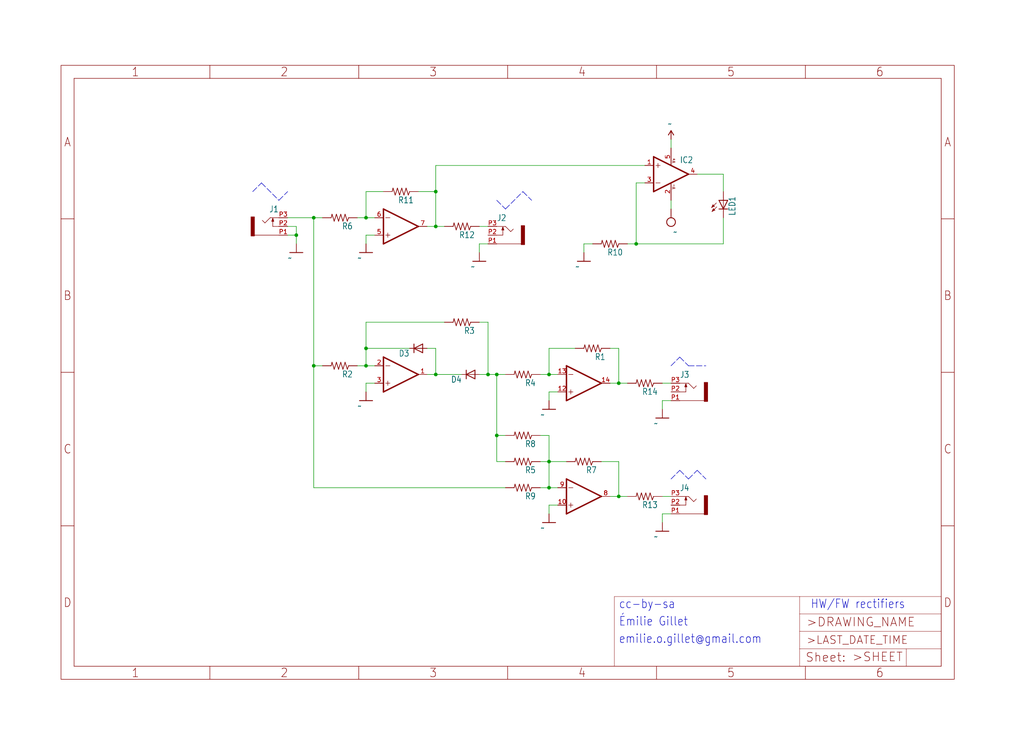
<source format=kicad_sch>
(kicad_sch (version 20211123) (generator eeschema)
  (paper "User" 298.45 217.881)
  (lib_symbols
    (symbol "kinks-eagle-import:A4L-LOC"
      (symbol "A4L-LOC_1_0"
        (polyline (pts (xy 0 44.7675) (xy 3.81 44.7675)))
        (polyline (pts (xy 0 89.535) (xy 3.81 89.535)))
        (polyline (pts (xy 0 134.3025) (xy 3.81 134.3025)))
        (polyline (pts (xy 3.81 3.81) (xy 3.81 175.26)))
        (polyline (pts (xy 43.3917 0) (xy 43.3917 3.81)))
        (polyline (pts (xy 43.3917 175.26) (xy 43.3917 179.07)))
        (polyline (pts (xy 86.7833 0) (xy 86.7833 3.81)))
        (polyline (pts (xy 86.7833 175.26) (xy 86.7833 179.07)))
        (polyline (pts (xy 130.175 0) (xy 130.175 3.81)))
        (polyline (pts (xy 130.175 175.26) (xy 130.175 179.07)))
        (polyline (pts (xy 161.29 3.81) (xy 161.29 24.13)) (stroke (width 0.1016)))
        (polyline (pts (xy 161.29 24.13) (xy 215.265 24.13)) (stroke (width 0.1016)))
        (polyline (pts (xy 173.5667 0) (xy 173.5667 3.81)))
        (polyline (pts (xy 173.5667 175.26) (xy 173.5667 179.07)))
        (polyline (pts (xy 215.265 8.89) (xy 215.265 3.81)) (stroke (width 0.1016)))
        (polyline (pts (xy 215.265 8.89) (xy 215.265 13.97)) (stroke (width 0.1016)))
        (polyline (pts (xy 215.265 13.97) (xy 215.265 19.05)) (stroke (width 0.1016)))
        (polyline (pts (xy 215.265 13.97) (xy 256.54 13.97)) (stroke (width 0.1016)))
        (polyline (pts (xy 215.265 19.05) (xy 215.265 24.13)) (stroke (width 0.1016)))
        (polyline (pts (xy 215.265 19.05) (xy 256.54 19.05)) (stroke (width 0.1016)))
        (polyline (pts (xy 215.265 24.13) (xy 256.54 24.13)) (stroke (width 0.1016)))
        (polyline (pts (xy 216.9583 0) (xy 216.9583 3.81)))
        (polyline (pts (xy 216.9583 175.26) (xy 216.9583 179.07)))
        (polyline (pts (xy 246.38 3.81) (xy 246.38 8.89)) (stroke (width 0.1016)))
        (polyline (pts (xy 246.38 8.89) (xy 215.265 8.89)) (stroke (width 0.1016)))
        (polyline (pts (xy 246.38 8.89) (xy 256.54 8.89)) (stroke (width 0.1016)))
        (polyline (pts (xy 256.54 3.81) (xy 3.81 3.81)))
        (polyline (pts (xy 256.54 3.81) (xy 256.54 8.89)) (stroke (width 0.1016)))
        (polyline (pts (xy 256.54 3.81) (xy 256.54 175.26)))
        (polyline (pts (xy 256.54 8.89) (xy 256.54 13.97)) (stroke (width 0.1016)))
        (polyline (pts (xy 256.54 13.97) (xy 256.54 19.05)) (stroke (width 0.1016)))
        (polyline (pts (xy 256.54 19.05) (xy 256.54 24.13)) (stroke (width 0.1016)))
        (polyline (pts (xy 256.54 44.7675) (xy 260.35 44.7675)))
        (polyline (pts (xy 256.54 89.535) (xy 260.35 89.535)))
        (polyline (pts (xy 256.54 134.3025) (xy 260.35 134.3025)))
        (polyline (pts (xy 256.54 175.26) (xy 3.81 175.26)))
        (polyline (pts (xy 0 0) (xy 260.35 0) (xy 260.35 179.07) (xy 0 179.07) (xy 0 0)))
        (text "1" (at 21.6958 1.905 0) (effects (font (size 2.54 2.286))))
        (text "1" (at 21.6958 177.165 0) (effects (font (size 2.54 2.286))))
        (text "2" (at 65.0875 1.905 0) (effects (font (size 2.54 2.286))))
        (text "2" (at 65.0875 177.165 0) (effects (font (size 2.54 2.286))))
        (text "3" (at 108.4792 1.905 0) (effects (font (size 2.54 2.286))))
        (text "3" (at 108.4792 177.165 0) (effects (font (size 2.54 2.286))))
        (text "4" (at 151.8708 1.905 0) (effects (font (size 2.54 2.286))))
        (text "4" (at 151.8708 177.165 0) (effects (font (size 2.54 2.286))))
        (text "5" (at 195.2625 1.905 0) (effects (font (size 2.54 2.286))))
        (text "5" (at 195.2625 177.165 0) (effects (font (size 2.54 2.286))))
        (text "6" (at 238.6542 1.905 0) (effects (font (size 2.54 2.286))))
        (text "6" (at 238.6542 177.165 0) (effects (font (size 2.54 2.286))))
        (text ">DRAWING_NAME" (at 217.17 15.24 0) (effects (font (size 2.54 2.54)) (justify left bottom)))
        (text ">LAST_DATE_TIME" (at 217.17 10.16 0) (effects (font (size 2.286 2.286)) (justify left bottom)))
        (text ">SHEET" (at 230.505 5.08 0) (effects (font (size 2.54 2.54)) (justify left bottom)))
        (text "A" (at 1.905 156.6863 0) (effects (font (size 2.54 2.286))))
        (text "A" (at 258.445 156.6863 0) (effects (font (size 2.54 2.286))))
        (text "B" (at 1.905 111.9188 0) (effects (font (size 2.54 2.286))))
        (text "B" (at 258.445 111.9188 0) (effects (font (size 2.54 2.286))))
        (text "C" (at 1.905 67.1513 0) (effects (font (size 2.54 2.286))))
        (text "C" (at 258.445 67.1513 0) (effects (font (size 2.54 2.286))))
        (text "D" (at 1.905 22.3838 0) (effects (font (size 2.54 2.286))))
        (text "D" (at 258.445 22.3838 0) (effects (font (size 2.54 2.286))))
        (text "Sheet:" (at 216.916 4.953 0) (effects (font (size 2.54 2.54)) (justify left bottom)))
      )
    )
    (symbol "kinks-eagle-import:DIODE-SOD523"
      (property "Reference" "D" (at 2.54 0.4826 0))
      (property "Value" "DIODE-SOD523" (at 2.54 -2.3114 0))
      (symbol "DIODE-SOD523_1_0"
        (polyline (pts (xy -1.27 -1.27) (xy 1.27 0)) (stroke (width 0.254)))
        (polyline (pts (xy -1.27 1.27) (xy -1.27 -1.27)) (stroke (width 0.254)))
        (polyline (pts (xy 1.27 0) (xy -1.27 1.27)) (stroke (width 0.254)))
        (polyline (pts (xy 1.27 0) (xy 1.27 -1.27)) (stroke (width 0.254)))
        (polyline (pts (xy 1.27 1.27) (xy 1.27 0)) (stroke (width 0.254)))
        (pin passive line (at -2.54 0 0) (length 2.54) (name "A") (number "A"))
        (pin passive line (at 2.54 0 180) (length 2.54) (name "C") (number "C"))
      )
    )
    (symbol "kinks-eagle-import:GND" (power)
      (property "Value" "GND" (at -2.54 -2.54 0))
      (symbol "GND_1_0"
        (polyline (pts (xy -1.905 0) (xy 1.905 0)) (stroke (width 0.254)))
        (pin power_in line (at 0 2.54 270) (length 2.54) (name "GND") (number "1"))
      )
    )
    (symbol "kinks-eagle-import:LED3MM"
      (property "Reference" "LED" (at 3.556 -4.572 90))
      (property "Value" "LED3MM" (at 5.715 -4.572 90))
      (symbol "LED3MM_1_0"
        (polyline (pts (xy -2.032 -0.762) (xy -3.429 -2.159)) (stroke (width 0.1524)))
        (polyline (pts (xy -1.905 -1.905) (xy -3.302 -3.302)) (stroke (width 0.1524)))
        (polyline (pts (xy 0 -2.54) (xy -1.27 -2.54)) (stroke (width 0.254)))
        (polyline (pts (xy 0 -2.54) (xy -1.27 0)) (stroke (width 0.254)))
        (polyline (pts (xy 0 0) (xy -1.27 0)) (stroke (width 0.254)))
        (polyline (pts (xy 0 0) (xy 0 -2.54)) (stroke (width 0.1524)))
        (polyline (pts (xy 1.27 -2.54) (xy 0 -2.54)) (stroke (width 0.254)))
        (polyline (pts (xy 1.27 0) (xy 0 -2.54)) (stroke (width 0.254)))
        (polyline (pts (xy 1.27 0) (xy 0 0)) (stroke (width 0.254)))
        (polyline (pts (xy -3.429 -2.159) (xy -3.048 -1.27) (xy -2.54 -1.778)) (fill (type outline)))
        (polyline (pts (xy -3.302 -3.302) (xy -2.921 -2.413) (xy -2.413 -2.921)) (fill (type outline)))
        (pin passive line (at 0 2.54 270) (length 2.54) (name "A") (number "A"))
        (pin passive line (at 0 -5.08 90) (length 2.54) (name "C") (number "K"))
      )
    )
    (symbol "kinks-eagle-import:LM321?MF"
      (property "Reference" "IC" (at 2.54 3.175 0))
      (property "Value" "LM321?MF" (at 2.54 -5.08 0))
      (symbol "LM321?MF_1_0"
        (polyline (pts (xy -5.08 -5.08) (xy 5.08 0)) (stroke (width 0.4064)))
        (polyline (pts (xy -5.08 5.08) (xy -5.08 -5.08)) (stroke (width 0.4064)))
        (polyline (pts (xy -4.445 -2.54) (xy -3.175 -2.54)) (stroke (width 0.1524)))
        (polyline (pts (xy -4.445 2.54) (xy -3.175 2.54)) (stroke (width 0.1524)))
        (polyline (pts (xy -3.81 3.175) (xy -3.81 1.905)) (stroke (width 0.1524)))
        (polyline (pts (xy 5.08 0) (xy -5.08 5.08)) (stroke (width 0.4064)))
        (text "V+" (at 1.27 3.175 900) (effects (font (size 0.8128 0.6908)) (justify left bottom)))
        (text "V-" (at 1.27 -4.445 900) (effects (font (size 0.8128 0.6908)) (justify left bottom)))
        (pin input line (at -7.62 2.54 0) (length 2.54) (name "+IN") (number "1"))
        (pin power_in line (at 0 -7.62 90) (length 5.08) (name "V-") (number "2"))
        (pin input line (at -7.62 -2.54 0) (length 2.54) (name "-IN") (number "3"))
        (pin output line (at 7.62 0 180) (length 2.54) (name "OUT") (number "4"))
        (pin power_in line (at 0 7.62 270) (length 5.08) (name "V+") (number "5"))
      )
    )
    (symbol "kinks-eagle-import:PJ301_THONKICONN6"
      (property "Reference" "J" (at -2.54 4.064 0))
      (symbol "PJ301_THONKICONN6_1_0"
        (polyline (pts (xy -2.54 -2.54) (xy 4.572 -2.54)) (stroke (width 0.1524)))
        (polyline (pts (xy -2.54 0) (xy -0.762 0)) (stroke (width 0.1524)))
        (polyline (pts (xy -2.54 2.54) (xy 0 2.54)) (stroke (width 0.1524)))
        (polyline (pts (xy -1.016 1.524) (xy -0.508 1.524)) (stroke (width 0.254)))
        (polyline (pts (xy -0.762 0) (xy -0.762 2.286)) (stroke (width 0.1524)))
        (polyline (pts (xy -0.762 2.286) (xy -1.016 1.524)) (stroke (width 0.254)))
        (polyline (pts (xy -0.508 1.524) (xy -0.762 2.286)) (stroke (width 0.254)))
        (polyline (pts (xy 0 2.54) (xy 1.524 1.016)) (stroke (width 0.1524)))
        (polyline (pts (xy 1.524 1.016) (xy 2.286 1.778)) (stroke (width 0.1524)))
        (rectangle (start 4.572 2.794) (end 5.588 -2.794) (fill (type outline)))
        (pin passive line (at -5.08 -2.54 0) (length 2.54) (name "1") (number "P1"))
        (pin passive line (at -5.08 0 0) (length 2.54) (name "2") (number "P2"))
        (pin passive line (at -5.08 2.54 0) (length 2.54) (name "3") (number "P3"))
      )
    )
    (symbol "kinks-eagle-import:R-US_R0402"
      (property "Reference" "R" (at -3.81 1.4986 0))
      (property "Value" "R-US_R0402" (at -3.81 -3.302 0))
      (symbol "R-US_R0402_1_0"
        (polyline (pts (xy -2.54 0) (xy -2.159 1.016)) (stroke (width 0.2032)))
        (polyline (pts (xy -2.159 1.016) (xy -1.524 -1.016)) (stroke (width 0.2032)))
        (polyline (pts (xy -1.524 -1.016) (xy -0.889 1.016)) (stroke (width 0.2032)))
        (polyline (pts (xy -0.889 1.016) (xy -0.254 -1.016)) (stroke (width 0.2032)))
        (polyline (pts (xy -0.254 -1.016) (xy 0.381 1.016)) (stroke (width 0.2032)))
        (polyline (pts (xy 0.381 1.016) (xy 1.016 -1.016)) (stroke (width 0.2032)))
        (polyline (pts (xy 1.016 -1.016) (xy 1.651 1.016)) (stroke (width 0.2032)))
        (polyline (pts (xy 1.651 1.016) (xy 2.286 -1.016)) (stroke (width 0.2032)))
        (polyline (pts (xy 2.286 -1.016) (xy 2.54 0)) (stroke (width 0.2032)))
        (pin passive line (at -5.08 0 0) (length 2.54) (name "1") (number "1"))
        (pin passive line (at 5.08 0 180) (length 2.54) (name "2") (number "2"))
      )
    )
    (symbol "kinks-eagle-import:TL074PW"
      (symbol "TL074PW_1_0"
        (polyline (pts (xy -5.08 -5.08) (xy 5.08 0)) (stroke (width 0.4064)))
        (polyline (pts (xy -5.08 5.08) (xy -5.08 -5.08)) (stroke (width 0.4064)))
        (polyline (pts (xy -4.445 -2.54) (xy -3.175 -2.54)) (stroke (width 0.1524)))
        (polyline (pts (xy -4.445 2.54) (xy -3.175 2.54)) (stroke (width 0.1524)))
        (polyline (pts (xy -3.81 3.175) (xy -3.81 1.905)) (stroke (width 0.1524)))
        (polyline (pts (xy 5.08 0) (xy -5.08 5.08)) (stroke (width 0.4064)))
        (pin output line (at 7.62 0 180) (length 2.54) (name "OUT") (number "1"))
        (pin input line (at -7.62 -2.54 0) (length 2.54) (name "-IN") (number "2"))
        (pin input line (at -7.62 2.54 0) (length 2.54) (name "+IN") (number "3"))
      )
      (symbol "TL074PW_2_0"
        (polyline (pts (xy -5.08 -5.08) (xy 5.08 0)) (stroke (width 0.4064)))
        (polyline (pts (xy -5.08 5.08) (xy -5.08 -5.08)) (stroke (width 0.4064)))
        (polyline (pts (xy -4.445 -2.54) (xy -3.175 -2.54)) (stroke (width 0.1524)))
        (polyline (pts (xy -4.445 2.54) (xy -3.175 2.54)) (stroke (width 0.1524)))
        (polyline (pts (xy -3.81 3.175) (xy -3.81 1.905)) (stroke (width 0.1524)))
        (polyline (pts (xy 5.08 0) (xy -5.08 5.08)) (stroke (width 0.4064)))
        (pin input line (at -7.62 2.54 0) (length 2.54) (name "+IN") (number "5"))
        (pin input line (at -7.62 -2.54 0) (length 2.54) (name "-IN") (number "6"))
        (pin output line (at 7.62 0 180) (length 2.54) (name "OUT") (number "7"))
      )
      (symbol "TL074PW_3_0"
        (polyline (pts (xy -5.08 -5.08) (xy 5.08 0)) (stroke (width 0.4064)))
        (polyline (pts (xy -5.08 5.08) (xy -5.08 -5.08)) (stroke (width 0.4064)))
        (polyline (pts (xy -4.445 -2.54) (xy -3.175 -2.54)) (stroke (width 0.1524)))
        (polyline (pts (xy -4.445 2.54) (xy -3.175 2.54)) (stroke (width 0.1524)))
        (polyline (pts (xy -3.81 3.175) (xy -3.81 1.905)) (stroke (width 0.1524)))
        (polyline (pts (xy 5.08 0) (xy -5.08 5.08)) (stroke (width 0.4064)))
        (pin input line (at -7.62 2.54 0) (length 2.54) (name "+IN") (number "10"))
        (pin output line (at 7.62 0 180) (length 2.54) (name "OUT") (number "8"))
        (pin input line (at -7.62 -2.54 0) (length 2.54) (name "-IN") (number "9"))
      )
      (symbol "TL074PW_4_0"
        (polyline (pts (xy -5.08 -5.08) (xy 5.08 0)) (stroke (width 0.4064)))
        (polyline (pts (xy -5.08 5.08) (xy -5.08 -5.08)) (stroke (width 0.4064)))
        (polyline (pts (xy -4.445 -2.54) (xy -3.175 -2.54)) (stroke (width 0.1524)))
        (polyline (pts (xy -4.445 2.54) (xy -3.175 2.54)) (stroke (width 0.1524)))
        (polyline (pts (xy -3.81 3.175) (xy -3.81 1.905)) (stroke (width 0.1524)))
        (polyline (pts (xy 5.08 0) (xy -5.08 5.08)) (stroke (width 0.4064)))
        (pin input line (at -7.62 2.54 0) (length 2.54) (name "+IN") (number "12"))
        (pin input line (at -7.62 -2.54 0) (length 2.54) (name "-IN") (number "13"))
        (pin output line (at 7.62 0 180) (length 2.54) (name "OUT") (number "14"))
      )
      (symbol "TL074PW_5_0"
        (text "V+" (at 1.27 3.175 900) (effects (font (size 0.8128 0.6908)) (justify left bottom)))
        (text "V-" (at 1.27 -4.445 900) (effects (font (size 0.8128 0.6908)) (justify left bottom)))
        (pin power_in line (at 0 -7.62 90) (length 5.08) (name "V-") (number "11"))
        (pin power_in line (at 0 7.62 270) (length 5.08) (name "V+") (number "4"))
      )
    )
    (symbol "kinks-eagle-import:VCC" (power)
      (property "Value" "VCC" (at -1.016 3.556 0))
      (symbol "VCC_1_0"
        (polyline (pts (xy 0 2.54) (xy -0.762 1.27)) (stroke (width 0.254)))
        (polyline (pts (xy 0.762 1.27) (xy 0 2.54)) (stroke (width 0.254)))
        (pin power_in line (at 0 0 90) (length 2.54) (name "VCC") (number "1"))
      )
    )
    (symbol "kinks-eagle-import:VEE" (power)
      (property "Value" "VEE" (at -1.905 3.175 0))
      (symbol "VEE_1_0"
        (circle (center 0 1.27) (radius 1.27) (stroke (width 0.254)))
        (pin power_in line (at 0 -2.54 90) (length 2.54) (name "VEE") (number "1"))
      )
    )
  )
  (junction (at 91.44 63.5))
  (junction (at 160.02 109.22))
  (junction (at 91.44 106.68))
  (junction (at 106.68 106.68))
  (junction (at 180.34 111.76))
  (junction (at 144.78 109.22))
  (junction (at 160.02 134.62))
  (junction (at 86.36 68.58))
  (junction (at 106.68 101.6))
  (junction (at 185.42 71.12))
  (junction (at 144.78 127))
  (junction (at 180.34 144.78))
  (junction (at 127 55.88))
  (junction (at 127 66.04))
  (junction (at 106.68 63.5))
  (junction (at 127 109.22))
  (junction (at 160.02 142.24))
  (junction (at 142.24 109.22))
  (wire (pts (xy 83.82 68.58) (xy 86.36 68.58)))
  (wire (pts (xy 180.34 134.62) (xy 180.34 144.78)))
  (wire (pts (xy 147.32 127) (xy 144.78 127)))
  (wire (pts (xy 142.24 71.12) (xy 139.7 71.12)))
  (wire (pts (xy 142.24 109.22) (xy 139.7 109.22)))
  (wire (pts (xy 86.36 66.04) (xy 86.36 68.58)))
  (wire (pts (xy 195.58 149.86) (xy 193.04 149.86)))
  (wire (pts (xy 157.48 142.24) (xy 160.02 142.24)))
  (wire (pts (xy 142.24 109.22) (xy 142.24 93.98)))
  (wire (pts (xy 177.8 144.78) (xy 180.34 144.78)))
  (wire (pts (xy 127 48.26) (xy 127 55.88)))
  (wire (pts (xy 83.82 63.5) (xy 91.44 63.5)))
  (polyline (pts (xy 76.2 53.34) (xy 81.28 58.42)))
  (wire (pts (xy 127 66.04) (xy 129.54 66.04)))
  (wire (pts (xy 162.56 114.3) (xy 160.02 114.3)))
  (wire (pts (xy 187.96 48.26) (xy 127 48.26)))
  (wire (pts (xy 106.68 55.88) (xy 106.68 63.5)))
  (wire (pts (xy 177.8 101.6) (xy 180.34 101.6)))
  (wire (pts (xy 106.68 111.76) (xy 109.22 111.76)))
  (wire (pts (xy 109.22 68.58) (xy 106.68 68.58)))
  (wire (pts (xy 170.18 71.12) (xy 170.18 73.66)))
  (wire (pts (xy 127 55.88) (xy 121.92 55.88)))
  (polyline (pts (xy 147.32 60.96) (xy 152.4 55.88)))
  (wire (pts (xy 104.14 63.5) (xy 106.68 63.5)))
  (wire (pts (xy 160.02 114.3) (xy 160.02 116.84)))
  (wire (pts (xy 157.48 127) (xy 160.02 127)))
  (wire (pts (xy 144.78 127) (xy 144.78 109.22)))
  (wire (pts (xy 124.46 66.04) (xy 127 66.04)))
  (wire (pts (xy 160.02 142.24) (xy 162.56 142.24)))
  (wire (pts (xy 175.26 134.62) (xy 180.34 134.62)))
  (wire (pts (xy 162.56 147.32) (xy 160.02 147.32)))
  (wire (pts (xy 160.02 109.22) (xy 162.56 109.22)))
  (wire (pts (xy 193.04 149.86) (xy 193.04 152.4)))
  (polyline (pts (xy 198.12 137.16) (xy 200.66 139.7)))
  (wire (pts (xy 127 101.6) (xy 127 109.22)))
  (wire (pts (xy 160.02 134.62) (xy 165.1 134.62)))
  (polyline (pts (xy 195.58 106.68) (xy 198.12 104.14)))
  (wire (pts (xy 127 109.22) (xy 124.46 109.22)))
  (wire (pts (xy 167.64 101.6) (xy 160.02 101.6)))
  (polyline (pts (xy 81.28 58.42) (xy 83.82 55.88)))
  (wire (pts (xy 193.04 144.78) (xy 195.58 144.78)))
  (wire (pts (xy 106.68 93.98) (xy 106.68 101.6)))
  (wire (pts (xy 104.14 106.68) (xy 106.68 106.68)))
  (wire (pts (xy 119.38 101.6) (xy 106.68 101.6)))
  (polyline (pts (xy 152.4 55.88) (xy 154.94 58.42)))
  (wire (pts (xy 86.36 68.58) (xy 86.36 71.12)))
  (wire (pts (xy 180.34 101.6) (xy 180.34 111.76)))
  (wire (pts (xy 127 109.22) (xy 134.62 109.22)))
  (wire (pts (xy 147.32 142.24) (xy 91.44 142.24)))
  (wire (pts (xy 144.78 109.22) (xy 147.32 109.22)))
  (wire (pts (xy 93.98 106.68) (xy 91.44 106.68)))
  (wire (pts (xy 160.02 134.62) (xy 160.02 127)))
  (wire (pts (xy 91.44 106.68) (xy 91.44 63.5)))
  (polyline (pts (xy 144.78 58.42) (xy 147.32 60.96)))
  (wire (pts (xy 106.68 106.68) (xy 109.22 106.68)))
  (wire (pts (xy 106.68 111.76) (xy 106.68 114.3)))
  (wire (pts (xy 139.7 71.12) (xy 139.7 73.66)))
  (wire (pts (xy 185.42 71.12) (xy 182.88 71.12)))
  (wire (pts (xy 160.02 109.22) (xy 160.02 101.6)))
  (wire (pts (xy 144.78 134.62) (xy 147.32 134.62)))
  (wire (pts (xy 129.54 93.98) (xy 106.68 93.98)))
  (polyline (pts (xy 73.66 55.88) (xy 76.2 53.34)))
  (wire (pts (xy 106.68 68.58) (xy 106.68 71.12)))
  (wire (pts (xy 142.24 93.98) (xy 139.7 93.98)))
  (wire (pts (xy 160.02 147.32) (xy 160.02 149.86)))
  (wire (pts (xy 195.58 43.18) (xy 195.58 40.64)))
  (wire (pts (xy 195.58 111.76) (xy 193.04 111.76)))
  (wire (pts (xy 210.82 55.88) (xy 210.82 50.8)))
  (wire (pts (xy 106.68 63.5) (xy 109.22 63.5)))
  (wire (pts (xy 142.24 109.22) (xy 144.78 109.22)))
  (wire (pts (xy 210.82 71.12) (xy 185.42 71.12)))
  (wire (pts (xy 83.82 66.04) (xy 86.36 66.04)))
  (polyline (pts (xy 203.2 137.16) (xy 205.74 139.7)))
  (wire (pts (xy 142.24 66.04) (xy 139.7 66.04)))
  (wire (pts (xy 195.58 116.84) (xy 193.04 116.84)))
  (wire (pts (xy 124.46 101.6) (xy 127 101.6)))
  (wire (pts (xy 91.44 63.5) (xy 93.98 63.5)))
  (wire (pts (xy 180.34 111.76) (xy 182.88 111.76)))
  (wire (pts (xy 210.82 63.5) (xy 210.82 71.12)))
  (wire (pts (xy 160.02 142.24) (xy 160.02 134.62)))
  (polyline (pts (xy 198.12 104.14) (xy 200.66 106.68)))
  (wire (pts (xy 157.48 134.62) (xy 160.02 134.62)))
  (wire (pts (xy 91.44 142.24) (xy 91.44 106.68)))
  (wire (pts (xy 172.72 71.12) (xy 170.18 71.12)))
  (wire (pts (xy 193.04 116.84) (xy 193.04 119.38)))
  (polyline (pts (xy 200.66 139.7) (xy 203.2 137.16)))
  (polyline (pts (xy 195.58 139.7) (xy 198.12 137.16)))
  (wire (pts (xy 185.42 53.34) (xy 185.42 71.12)))
  (wire (pts (xy 144.78 127) (xy 144.78 134.62)))
  (wire (pts (xy 180.34 144.78) (xy 182.88 144.78)))
  (wire (pts (xy 127 55.88) (xy 127 66.04)))
  (wire (pts (xy 203.2 50.8) (xy 210.82 50.8)))
  (wire (pts (xy 157.48 109.22) (xy 160.02 109.22)))
  (wire (pts (xy 106.68 101.6) (xy 106.68 106.68)))
  (wire (pts (xy 177.8 111.76) (xy 180.34 111.76)))
  (wire (pts (xy 195.58 58.42) (xy 195.58 60.96)))
  (wire (pts (xy 111.76 55.88) (xy 106.68 55.88)))
  (polyline (pts (xy 200.66 106.68) (xy 205.74 106.68)))
  (wire (pts (xy 185.42 53.34) (xy 187.96 53.34)))
  (text "Émilie Gillet" (at 180.34 182.88 180) (effects (font (size 2.54 2.159)) (justify left bottom)))
  (text "HW/FW rectifiers" (at 236.22 177.8 180) (effects (font (size 2.54 2.159)) (justify left bottom)))
  (text "emilie.o.gillet@gmail.com" (at 180.34 187.96 180) (effects (font (size 2.54 2.159)) (justify left bottom)))
  (text "cc-by-sa" (at 180.34 177.8 180) (effects (font (size 2.54 2.159)) (justify left bottom)))
  (symbol (lib_id "kinks-eagle-import:R-US_R0402") (at 187.96 144.78 180) (unit 1)
    (property "Reference" "R13" (at 191.77 146.2786 0) (effects (font (size 1.778 1.5113)) (justify left bottom)))
  )
  (symbol (lib_id "kinks-eagle-import:PJ301_THONKICONN6") (at 78.74 66.04 0) (mirror y) (unit 1)
    (property "Reference" "J1" (at 81.28 61.976 0) (effects (font (size 1.778 1.5113)) (justify left bottom)))
  )
  (symbol (lib_id "kinks-eagle-import:R-US_R0402") (at 170.18 134.62 180) (unit 1)
    (property "Reference" "R7" (at 173.99 136.1186 0) (effects (font (size 1.778 1.5113)) (justify left bottom)))
  )
  (symbol (lib_id "kinks-eagle-import:R-US_R0402") (at 152.4 127 180) (unit 1)
    (property "Reference" "R8" (at 156.21 128.4986 0) (effects (font (size 1.778 1.5113)) (justify left bottom)))
  )
  (symbol (lib_id "kinks-eagle-import:R-US_R0402") (at 152.4 142.24 180) (unit 1)
    (property "Reference" "R9" (at 156.21 143.7386 0) (effects (font (size 1.778 1.5113)) (justify left bottom)))
  )
  (symbol (lib_id "kinks-eagle-import:R-US_R0402") (at 172.72 101.6 180) (unit 1)
    (property "Reference" "R1" (at 176.53 103.0986 0) (effects (font (size 1.778 1.5113)) (justify left bottom)))
  )
  (symbol (lib_id "kinks-eagle-import:TL074PW") (at 116.84 109.22 0) (mirror x) (unit 1)
    (property "Reference" "IC1" (effects hide))
  )
  (symbol (lib_id "kinks-eagle-import:GND") (at 170.18 76.2 0) (unit 1)
    (property "Reference" "#GND22" (effects hide))
  )
  (symbol (lib_id "kinks-eagle-import:R-US_R0402") (at 134.62 66.04 180) (unit 1)
    (property "Reference" "R12" (at 138.43 67.5386 0) (effects (font (size 1.778 1.5113)) (justify left bottom)))
  )
  (symbol (lib_id "kinks-eagle-import:GND") (at 160.02 152.4 0) (unit 1)
    (property "Reference" "#GND2" (effects hide))
  )
  (symbol (lib_id "kinks-eagle-import:GND") (at 193.04 154.94 0) (unit 1)
    (property "Reference" "#GND27" (effects hide))
  )
  (symbol (lib_id "kinks-eagle-import:R-US_R0402") (at 187.96 111.76 180) (unit 1)
    (property "Reference" "R14" (at 191.77 113.2586 0) (effects (font (size 1.778 1.5113)) (justify left bottom)))
  )
  (symbol (lib_id "kinks-eagle-import:R-US_R0402") (at 99.06 63.5 180) (unit 1)
    (property "Reference" "R6" (at 102.87 64.9986 0) (effects (font (size 1.778 1.5113)) (justify left bottom)))
  )
  (symbol (lib_id "kinks-eagle-import:GND") (at 106.68 73.66 0) (unit 1)
    (property "Reference" "#GND23" (effects hide))
  )
  (symbol (lib_id "kinks-eagle-import:VEE") (at 195.58 63.5 180) (unit 1)
    (property "Reference" "#SUPPLY2" (effects hide))
  )
  (symbol (lib_id "kinks-eagle-import:R-US_R0402") (at 152.4 109.22 180) (unit 1)
    (property "Reference" "R4" (at 156.21 110.7186 0) (effects (font (size 1.778 1.5113)) (justify left bottom)))
  )
  (symbol (lib_id "kinks-eagle-import:GND") (at 160.02 119.38 0) (unit 1)
    (property "Reference" "#GND25" (effects hide))
  )
  (symbol (lib_id "kinks-eagle-import:R-US_R0402") (at 134.62 93.98 180) (unit 1)
    (property "Reference" "R3" (at 138.43 95.4786 0) (effects (font (size 1.778 1.5113)) (justify left bottom)))
  )
  (symbol (lib_id "kinks-eagle-import:TL074PW") (at 170.18 144.78 0) (mirror x) (unit 3)
    (property "Reference" "IC1" (effects hide))
  )
  (symbol (lib_id "kinks-eagle-import:GND") (at 106.68 116.84 0) (unit 1)
    (property "Reference" "#GND24" (effects hide))
  )
  (symbol (lib_id "kinks-eagle-import:TL074PW") (at 116.84 66.04 0) (mirror x) (unit 2)
    (property "Reference" "IC1" (effects hide))
  )
  (symbol (lib_id "kinks-eagle-import:LM321?MF") (at 195.58 50.8 0) (unit 1)
    (property "Reference" "IC2" (at 198.12 47.625 0) (effects (font (size 1.778 1.5113)) (justify left bottom)))
  )
  (symbol (lib_id "kinks-eagle-import:LED3MM") (at 210.82 58.42 0) (unit 1)
    (property "Reference" "LED1" (at 214.376 62.992 90) (effects (font (size 1.778 1.5113)) (justify left bottom)))
  )
  (symbol (lib_id "kinks-eagle-import:GND") (at 193.04 121.92 0) (unit 1)
    (property "Reference" "#GND21" (effects hide))
  )
  (symbol (lib_id "kinks-eagle-import:PJ301_THONKICONN6") (at 200.66 147.32 0) (unit 1)
    (property "Reference" "J4" (at 198.12 143.256 0) (effects (font (size 1.778 1.5113)) (justify left bottom)))
  )
  (symbol (lib_id "kinks-eagle-import:DIODE-SOD523") (at 121.92 101.6 180) (unit 1)
    (property "Reference" "D3" (at 119.38 102.0826 0) (effects (font (size 1.778 1.5113)) (justify left bottom)))
  )
  (symbol (lib_id "kinks-eagle-import:R-US_R0402") (at 99.06 106.68 180) (unit 1)
    (property "Reference" "R2" (at 102.87 108.1786 0) (effects (font (size 1.778 1.5113)) (justify left bottom)))
  )
  (symbol (lib_id "kinks-eagle-import:R-US_R0402") (at 116.84 55.88 180) (unit 1)
    (property "Reference" "R11" (at 120.65 57.3786 0) (effects (font (size 1.778 1.5113)) (justify left bottom)))
  )
  (symbol (lib_id "kinks-eagle-import:PJ301_THONKICONN6") (at 200.66 114.3 0) (unit 1)
    (property "Reference" "J3" (at 198.12 110.236 0) (effects (font (size 1.778 1.5113)) (justify left bottom)))
  )
  (symbol (lib_id "kinks-eagle-import:R-US_R0402") (at 177.8 71.12 180) (unit 1)
    (property "Reference" "R10" (at 181.61 72.6186 0) (effects (font (size 1.778 1.5113)) (justify left bottom)))
  )
  (symbol (lib_id "kinks-eagle-import:GND") (at 139.7 76.2 0) (unit 1)
    (property "Reference" "#GND4" (effects hide))
  )
  (symbol (lib_id "kinks-eagle-import:PJ301_THONKICONN6") (at 147.32 68.58 0) (unit 1)
    (property "Reference" "J2" (at 144.78 64.516 0) (effects (font (size 1.778 1.5113)) (justify left bottom)))
  )
  (symbol (lib_id "kinks-eagle-import:VCC") (at 195.58 40.64 0) (unit 1)
    (property "Reference" "#P+2" (effects hide))
  )
  (symbol (lib_id "kinks-eagle-import:TL074PW") (at 170.18 111.76 0) (mirror x) (unit 4)
    (property "Reference" "IC1" (effects hide))
  )
  (symbol (lib_id "kinks-eagle-import:DIODE-SOD523") (at 137.16 109.22 180) (unit 1)
    (property "Reference" "D4" (at 134.62 109.7026 0) (effects (font (size 1.778 1.5113)) (justify left bottom)))
  )
  (symbol (lib_id "kinks-eagle-import:A4L-LOC") (at 17.78 198.12 0) (unit 1)
    (property "Reference" "#FRAME7" (effects hide))
  )
  (symbol (lib_id "kinks-eagle-import:GND") (at 86.36 73.66 0) (unit 1)
    (property "Reference" "#GND13" (effects hide))
  )
  (symbol (lib_id "kinks-eagle-import:R-US_R0402") (at 152.4 134.62 180) (unit 1)
    (property "Reference" "R5" (at 156.21 136.1186 0) (effects (font (size 1.778 1.5113)) (justify left bottom)))
  )
)
</source>
